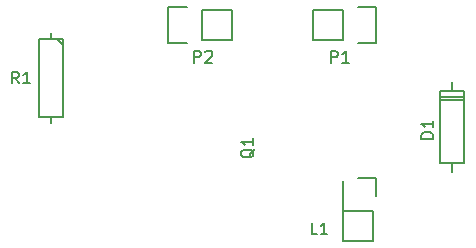
<source format=gbr>
G04 #@! TF.FileFunction,Legend,Top*
%FSLAX46Y46*%
G04 Gerber Fmt 4.6, Leading zero omitted, Abs format (unit mm)*
G04 Created by KiCad (PCBNEW 4.0.7) date 07/21/18 23:28:47*
%MOMM*%
%LPD*%
G01*
G04 APERTURE LIST*
%ADD10C,0.100000*%
%ADD11C,0.150000*%
G04 APERTURE END LIST*
D10*
D11*
X170942000Y-99822000D02*
X170942000Y-100584000D01*
X170942000Y-100584000D02*
X169926000Y-100584000D01*
X169926000Y-100584000D02*
X169926000Y-106680000D01*
X169926000Y-106680000D02*
X170942000Y-106680000D01*
X170942000Y-106680000D02*
X170942000Y-107442000D01*
X170942000Y-106680000D02*
X171958000Y-106680000D01*
X171958000Y-106680000D02*
X171958000Y-100584000D01*
X171958000Y-100584000D02*
X170942000Y-100584000D01*
X169926000Y-101092000D02*
X171958000Y-101092000D01*
X171958000Y-101346000D02*
X169926000Y-101346000D01*
X163000000Y-107950000D02*
X164550000Y-107950000D01*
X164550000Y-109500000D02*
X164550000Y-107950000D01*
X161730000Y-108230000D02*
X161730000Y-110770000D01*
X164270000Y-113310000D02*
X164270000Y-110770000D01*
X164270000Y-110770000D02*
X161730000Y-110770000D01*
X161730000Y-110770000D02*
X161730000Y-113310000D01*
X161730000Y-113310000D02*
X164270000Y-113310000D01*
X161730000Y-96270000D02*
X159190000Y-96270000D01*
X164550000Y-96550000D02*
X163000000Y-96550000D01*
X161730000Y-96270000D02*
X161730000Y-93730000D01*
X163000000Y-93450000D02*
X164550000Y-93450000D01*
X164550000Y-93450000D02*
X164550000Y-96550000D01*
X161730000Y-93730000D02*
X159190000Y-93730000D01*
X159190000Y-93730000D02*
X159190000Y-96270000D01*
X149770000Y-93730000D02*
X152310000Y-93730000D01*
X146950000Y-93450000D02*
X148500000Y-93450000D01*
X149770000Y-93730000D02*
X149770000Y-96270000D01*
X148500000Y-96550000D02*
X146950000Y-96550000D01*
X146950000Y-96550000D02*
X146950000Y-93450000D01*
X149770000Y-96270000D02*
X152310000Y-96270000D01*
X152310000Y-96270000D02*
X152310000Y-93730000D01*
X137000000Y-95690000D02*
X137000000Y-96198000D01*
X137000000Y-103310000D02*
X137000000Y-102802000D01*
X137000000Y-102802000D02*
X138016000Y-102802000D01*
X138016000Y-102802000D02*
X138016000Y-96198000D01*
X138016000Y-96198000D02*
X135984000Y-96198000D01*
X135984000Y-96198000D02*
X135984000Y-102802000D01*
X135984000Y-102802000D02*
X137000000Y-102802000D01*
X137508000Y-96198000D02*
X138016000Y-96706000D01*
X154217619Y-105505238D02*
X154170000Y-105600476D01*
X154074762Y-105695714D01*
X153931905Y-105838571D01*
X153884286Y-105933810D01*
X153884286Y-106029048D01*
X154122381Y-105981429D02*
X154074762Y-106076667D01*
X153979524Y-106171905D01*
X153789048Y-106219524D01*
X153455714Y-106219524D01*
X153265238Y-106171905D01*
X153170000Y-106076667D01*
X153122381Y-105981429D01*
X153122381Y-105790952D01*
X153170000Y-105695714D01*
X153265238Y-105600476D01*
X153455714Y-105552857D01*
X153789048Y-105552857D01*
X153979524Y-105600476D01*
X154074762Y-105695714D01*
X154122381Y-105790952D01*
X154122381Y-105981429D01*
X154122381Y-104600476D02*
X154122381Y-105171905D01*
X154122381Y-104886191D02*
X153122381Y-104886191D01*
X153265238Y-104981429D01*
X153360476Y-105076667D01*
X153408095Y-105171905D01*
X169362381Y-104624095D02*
X168362381Y-104624095D01*
X168362381Y-104386000D01*
X168410000Y-104243142D01*
X168505238Y-104147904D01*
X168600476Y-104100285D01*
X168790952Y-104052666D01*
X168933810Y-104052666D01*
X169124286Y-104100285D01*
X169219524Y-104147904D01*
X169314762Y-104243142D01*
X169362381Y-104386000D01*
X169362381Y-104624095D01*
X169362381Y-103100285D02*
X169362381Y-103671714D01*
X169362381Y-103386000D02*
X168362381Y-103386000D01*
X168505238Y-103481238D01*
X168600476Y-103576476D01*
X168648095Y-103671714D01*
X159543334Y-112732381D02*
X159067143Y-112732381D01*
X159067143Y-111732381D01*
X160400477Y-112732381D02*
X159829048Y-112732381D01*
X160114762Y-112732381D02*
X160114762Y-111732381D01*
X160019524Y-111875238D01*
X159924286Y-111970476D01*
X159829048Y-112018095D01*
X160701905Y-98202381D02*
X160701905Y-97202381D01*
X161082858Y-97202381D01*
X161178096Y-97250000D01*
X161225715Y-97297619D01*
X161273334Y-97392857D01*
X161273334Y-97535714D01*
X161225715Y-97630952D01*
X161178096Y-97678571D01*
X161082858Y-97726190D01*
X160701905Y-97726190D01*
X162225715Y-98202381D02*
X161654286Y-98202381D01*
X161940000Y-98202381D02*
X161940000Y-97202381D01*
X161844762Y-97345238D01*
X161749524Y-97440476D01*
X161654286Y-97488095D01*
X149120805Y-98195581D02*
X149120805Y-97195581D01*
X149501758Y-97195581D01*
X149596996Y-97243200D01*
X149644615Y-97290819D01*
X149692234Y-97386057D01*
X149692234Y-97528914D01*
X149644615Y-97624152D01*
X149596996Y-97671771D01*
X149501758Y-97719390D01*
X149120805Y-97719390D01*
X150073186Y-97290819D02*
X150120805Y-97243200D01*
X150216043Y-97195581D01*
X150454139Y-97195581D01*
X150549377Y-97243200D01*
X150596996Y-97290819D01*
X150644615Y-97386057D01*
X150644615Y-97481295D01*
X150596996Y-97624152D01*
X150025567Y-98195581D01*
X150644615Y-98195581D01*
X134293334Y-99952381D02*
X133960000Y-99476190D01*
X133721905Y-99952381D02*
X133721905Y-98952381D01*
X134102858Y-98952381D01*
X134198096Y-99000000D01*
X134245715Y-99047619D01*
X134293334Y-99142857D01*
X134293334Y-99285714D01*
X134245715Y-99380952D01*
X134198096Y-99428571D01*
X134102858Y-99476190D01*
X133721905Y-99476190D01*
X135245715Y-99952381D02*
X134674286Y-99952381D01*
X134960000Y-99952381D02*
X134960000Y-98952381D01*
X134864762Y-99095238D01*
X134769524Y-99190476D01*
X134674286Y-99238095D01*
M02*

</source>
